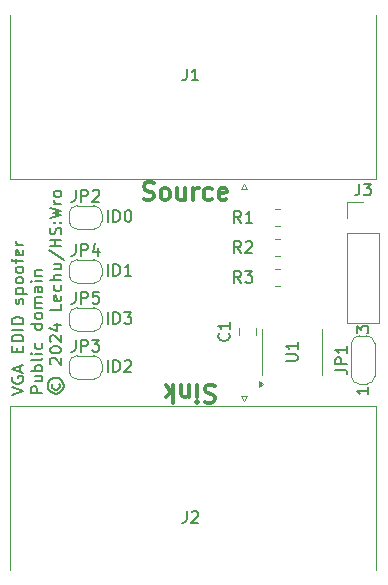
<source format=gbr>
%TF.GenerationSoftware,KiCad,Pcbnew,8.0.3+1*%
%TF.CreationDate,2024-06-22T01:26:53+02:00*%
%TF.ProjectId,EDID_spoofer,45444944-5f73-4706-9f6f-6665722e6b69,rev?*%
%TF.SameCoordinates,Original*%
%TF.FileFunction,Legend,Top*%
%TF.FilePolarity,Positive*%
%FSLAX46Y46*%
G04 Gerber Fmt 4.6, Leading zero omitted, Abs format (unit mm)*
G04 Created by KiCad (PCBNEW 8.0.3+1) date 2024-06-22 01:26:53*
%MOMM*%
%LPD*%
G01*
G04 APERTURE LIST*
%ADD10C,0.200000*%
%ADD11C,0.300000*%
%ADD12C,0.150000*%
%ADD13C,0.120000*%
G04 APERTURE END LIST*
D10*
X27293673Y-51175219D02*
X27293673Y-50175219D01*
X27769863Y-51175219D02*
X27769863Y-50175219D01*
X27769863Y-50175219D02*
X28007958Y-50175219D01*
X28007958Y-50175219D02*
X28150815Y-50222838D01*
X28150815Y-50222838D02*
X28246053Y-50318076D01*
X28246053Y-50318076D02*
X28293672Y-50413314D01*
X28293672Y-50413314D02*
X28341291Y-50603790D01*
X28341291Y-50603790D02*
X28341291Y-50746647D01*
X28341291Y-50746647D02*
X28293672Y-50937123D01*
X28293672Y-50937123D02*
X28246053Y-51032361D01*
X28246053Y-51032361D02*
X28150815Y-51127600D01*
X28150815Y-51127600D02*
X28007958Y-51175219D01*
X28007958Y-51175219D02*
X27769863Y-51175219D01*
X28722244Y-50270457D02*
X28769863Y-50222838D01*
X28769863Y-50222838D02*
X28865101Y-50175219D01*
X28865101Y-50175219D02*
X29103196Y-50175219D01*
X29103196Y-50175219D02*
X29198434Y-50222838D01*
X29198434Y-50222838D02*
X29246053Y-50270457D01*
X29246053Y-50270457D02*
X29293672Y-50365695D01*
X29293672Y-50365695D02*
X29293672Y-50460933D01*
X29293672Y-50460933D02*
X29246053Y-50603790D01*
X29246053Y-50603790D02*
X28674625Y-51175219D01*
X28674625Y-51175219D02*
X29293672Y-51175219D01*
X27293673Y-47111219D02*
X27293673Y-46111219D01*
X27769863Y-47111219D02*
X27769863Y-46111219D01*
X27769863Y-46111219D02*
X28007958Y-46111219D01*
X28007958Y-46111219D02*
X28150815Y-46158838D01*
X28150815Y-46158838D02*
X28246053Y-46254076D01*
X28246053Y-46254076D02*
X28293672Y-46349314D01*
X28293672Y-46349314D02*
X28341291Y-46539790D01*
X28341291Y-46539790D02*
X28341291Y-46682647D01*
X28341291Y-46682647D02*
X28293672Y-46873123D01*
X28293672Y-46873123D02*
X28246053Y-46968361D01*
X28246053Y-46968361D02*
X28150815Y-47063600D01*
X28150815Y-47063600D02*
X28007958Y-47111219D01*
X28007958Y-47111219D02*
X27769863Y-47111219D01*
X28674625Y-46111219D02*
X29293672Y-46111219D01*
X29293672Y-46111219D02*
X28960339Y-46492171D01*
X28960339Y-46492171D02*
X29103196Y-46492171D01*
X29103196Y-46492171D02*
X29198434Y-46539790D01*
X29198434Y-46539790D02*
X29246053Y-46587409D01*
X29246053Y-46587409D02*
X29293672Y-46682647D01*
X29293672Y-46682647D02*
X29293672Y-46920742D01*
X29293672Y-46920742D02*
X29246053Y-47015980D01*
X29246053Y-47015980D02*
X29198434Y-47063600D01*
X29198434Y-47063600D02*
X29103196Y-47111219D01*
X29103196Y-47111219D02*
X28817482Y-47111219D01*
X28817482Y-47111219D02*
X28722244Y-47063600D01*
X28722244Y-47063600D02*
X28674625Y-47015980D01*
X27293673Y-43047219D02*
X27293673Y-42047219D01*
X27769863Y-43047219D02*
X27769863Y-42047219D01*
X27769863Y-42047219D02*
X28007958Y-42047219D01*
X28007958Y-42047219D02*
X28150815Y-42094838D01*
X28150815Y-42094838D02*
X28246053Y-42190076D01*
X28246053Y-42190076D02*
X28293672Y-42285314D01*
X28293672Y-42285314D02*
X28341291Y-42475790D01*
X28341291Y-42475790D02*
X28341291Y-42618647D01*
X28341291Y-42618647D02*
X28293672Y-42809123D01*
X28293672Y-42809123D02*
X28246053Y-42904361D01*
X28246053Y-42904361D02*
X28150815Y-42999600D01*
X28150815Y-42999600D02*
X28007958Y-43047219D01*
X28007958Y-43047219D02*
X27769863Y-43047219D01*
X29293672Y-43047219D02*
X28722244Y-43047219D01*
X29007958Y-43047219D02*
X29007958Y-42047219D01*
X29007958Y-42047219D02*
X28912720Y-42190076D01*
X28912720Y-42190076D02*
X28817482Y-42285314D01*
X28817482Y-42285314D02*
X28722244Y-42332933D01*
X27293673Y-38475219D02*
X27293673Y-37475219D01*
X27769863Y-38475219D02*
X27769863Y-37475219D01*
X27769863Y-37475219D02*
X28007958Y-37475219D01*
X28007958Y-37475219D02*
X28150815Y-37522838D01*
X28150815Y-37522838D02*
X28246053Y-37618076D01*
X28246053Y-37618076D02*
X28293672Y-37713314D01*
X28293672Y-37713314D02*
X28341291Y-37903790D01*
X28341291Y-37903790D02*
X28341291Y-38046647D01*
X28341291Y-38046647D02*
X28293672Y-38237123D01*
X28293672Y-38237123D02*
X28246053Y-38332361D01*
X28246053Y-38332361D02*
X28150815Y-38427600D01*
X28150815Y-38427600D02*
X28007958Y-38475219D01*
X28007958Y-38475219D02*
X27769863Y-38475219D01*
X28960339Y-37475219D02*
X29055577Y-37475219D01*
X29055577Y-37475219D02*
X29150815Y-37522838D01*
X29150815Y-37522838D02*
X29198434Y-37570457D01*
X29198434Y-37570457D02*
X29246053Y-37665695D01*
X29246053Y-37665695D02*
X29293672Y-37856171D01*
X29293672Y-37856171D02*
X29293672Y-38094266D01*
X29293672Y-38094266D02*
X29246053Y-38284742D01*
X29246053Y-38284742D02*
X29198434Y-38379980D01*
X29198434Y-38379980D02*
X29150815Y-38427600D01*
X29150815Y-38427600D02*
X29055577Y-38475219D01*
X29055577Y-38475219D02*
X28960339Y-38475219D01*
X28960339Y-38475219D02*
X28865101Y-38427600D01*
X28865101Y-38427600D02*
X28817482Y-38379980D01*
X28817482Y-38379980D02*
X28769863Y-38284742D01*
X28769863Y-38284742D02*
X28722244Y-38094266D01*
X28722244Y-38094266D02*
X28722244Y-37856171D01*
X28722244Y-37856171D02*
X28769863Y-37665695D01*
X28769863Y-37665695D02*
X28817482Y-37570457D01*
X28817482Y-37570457D02*
X28865101Y-37522838D01*
X28865101Y-37522838D02*
X28960339Y-37475219D01*
D11*
X36346917Y-52340600D02*
X36132632Y-52269171D01*
X36132632Y-52269171D02*
X35775489Y-52269171D01*
X35775489Y-52269171D02*
X35632632Y-52340600D01*
X35632632Y-52340600D02*
X35561203Y-52412028D01*
X35561203Y-52412028D02*
X35489774Y-52554885D01*
X35489774Y-52554885D02*
X35489774Y-52697742D01*
X35489774Y-52697742D02*
X35561203Y-52840600D01*
X35561203Y-52840600D02*
X35632632Y-52912028D01*
X35632632Y-52912028D02*
X35775489Y-52983457D01*
X35775489Y-52983457D02*
X36061203Y-53054885D01*
X36061203Y-53054885D02*
X36204060Y-53126314D01*
X36204060Y-53126314D02*
X36275489Y-53197742D01*
X36275489Y-53197742D02*
X36346917Y-53340600D01*
X36346917Y-53340600D02*
X36346917Y-53483457D01*
X36346917Y-53483457D02*
X36275489Y-53626314D01*
X36275489Y-53626314D02*
X36204060Y-53697742D01*
X36204060Y-53697742D02*
X36061203Y-53769171D01*
X36061203Y-53769171D02*
X35704060Y-53769171D01*
X35704060Y-53769171D02*
X35489774Y-53697742D01*
X34846918Y-52269171D02*
X34846918Y-53269171D01*
X34846918Y-53769171D02*
X34918346Y-53697742D01*
X34918346Y-53697742D02*
X34846918Y-53626314D01*
X34846918Y-53626314D02*
X34775489Y-53697742D01*
X34775489Y-53697742D02*
X34846918Y-53769171D01*
X34846918Y-53769171D02*
X34846918Y-53626314D01*
X34132632Y-53269171D02*
X34132632Y-52269171D01*
X34132632Y-53126314D02*
X34061203Y-53197742D01*
X34061203Y-53197742D02*
X33918346Y-53269171D01*
X33918346Y-53269171D02*
X33704060Y-53269171D01*
X33704060Y-53269171D02*
X33561203Y-53197742D01*
X33561203Y-53197742D02*
X33489775Y-53054885D01*
X33489775Y-53054885D02*
X33489775Y-52269171D01*
X32775489Y-52269171D02*
X32775489Y-53769171D01*
X32632632Y-52840600D02*
X32204060Y-52269171D01*
X32204060Y-53269171D02*
X32775489Y-52697742D01*
D10*
X19142331Y-53113183D02*
X20142331Y-52779850D01*
X20142331Y-52779850D02*
X19142331Y-52446517D01*
X19189950Y-51589374D02*
X19142331Y-51684612D01*
X19142331Y-51684612D02*
X19142331Y-51827469D01*
X19142331Y-51827469D02*
X19189950Y-51970326D01*
X19189950Y-51970326D02*
X19285188Y-52065564D01*
X19285188Y-52065564D02*
X19380426Y-52113183D01*
X19380426Y-52113183D02*
X19570902Y-52160802D01*
X19570902Y-52160802D02*
X19713759Y-52160802D01*
X19713759Y-52160802D02*
X19904235Y-52113183D01*
X19904235Y-52113183D02*
X19999473Y-52065564D01*
X19999473Y-52065564D02*
X20094712Y-51970326D01*
X20094712Y-51970326D02*
X20142331Y-51827469D01*
X20142331Y-51827469D02*
X20142331Y-51732231D01*
X20142331Y-51732231D02*
X20094712Y-51589374D01*
X20094712Y-51589374D02*
X20047092Y-51541755D01*
X20047092Y-51541755D02*
X19713759Y-51541755D01*
X19713759Y-51541755D02*
X19713759Y-51732231D01*
X19856616Y-51160802D02*
X19856616Y-50684612D01*
X20142331Y-51256040D02*
X19142331Y-50922707D01*
X19142331Y-50922707D02*
X20142331Y-50589374D01*
X19618521Y-49494135D02*
X19618521Y-49160802D01*
X20142331Y-49017945D02*
X20142331Y-49494135D01*
X20142331Y-49494135D02*
X19142331Y-49494135D01*
X19142331Y-49494135D02*
X19142331Y-49017945D01*
X20142331Y-48589373D02*
X19142331Y-48589373D01*
X19142331Y-48589373D02*
X19142331Y-48351278D01*
X19142331Y-48351278D02*
X19189950Y-48208421D01*
X19189950Y-48208421D02*
X19285188Y-48113183D01*
X19285188Y-48113183D02*
X19380426Y-48065564D01*
X19380426Y-48065564D02*
X19570902Y-48017945D01*
X19570902Y-48017945D02*
X19713759Y-48017945D01*
X19713759Y-48017945D02*
X19904235Y-48065564D01*
X19904235Y-48065564D02*
X19999473Y-48113183D01*
X19999473Y-48113183D02*
X20094712Y-48208421D01*
X20094712Y-48208421D02*
X20142331Y-48351278D01*
X20142331Y-48351278D02*
X20142331Y-48589373D01*
X20142331Y-47589373D02*
X19142331Y-47589373D01*
X20142331Y-47113183D02*
X19142331Y-47113183D01*
X19142331Y-47113183D02*
X19142331Y-46875088D01*
X19142331Y-46875088D02*
X19189950Y-46732231D01*
X19189950Y-46732231D02*
X19285188Y-46636993D01*
X19285188Y-46636993D02*
X19380426Y-46589374D01*
X19380426Y-46589374D02*
X19570902Y-46541755D01*
X19570902Y-46541755D02*
X19713759Y-46541755D01*
X19713759Y-46541755D02*
X19904235Y-46589374D01*
X19904235Y-46589374D02*
X19999473Y-46636993D01*
X19999473Y-46636993D02*
X20094712Y-46732231D01*
X20094712Y-46732231D02*
X20142331Y-46875088D01*
X20142331Y-46875088D02*
X20142331Y-47113183D01*
X20094712Y-45398897D02*
X20142331Y-45303659D01*
X20142331Y-45303659D02*
X20142331Y-45113183D01*
X20142331Y-45113183D02*
X20094712Y-45017945D01*
X20094712Y-45017945D02*
X19999473Y-44970326D01*
X19999473Y-44970326D02*
X19951854Y-44970326D01*
X19951854Y-44970326D02*
X19856616Y-45017945D01*
X19856616Y-45017945D02*
X19808997Y-45113183D01*
X19808997Y-45113183D02*
X19808997Y-45256040D01*
X19808997Y-45256040D02*
X19761378Y-45351278D01*
X19761378Y-45351278D02*
X19666140Y-45398897D01*
X19666140Y-45398897D02*
X19618521Y-45398897D01*
X19618521Y-45398897D02*
X19523283Y-45351278D01*
X19523283Y-45351278D02*
X19475664Y-45256040D01*
X19475664Y-45256040D02*
X19475664Y-45113183D01*
X19475664Y-45113183D02*
X19523283Y-45017945D01*
X19475664Y-44541754D02*
X20475664Y-44541754D01*
X19523283Y-44541754D02*
X19475664Y-44446516D01*
X19475664Y-44446516D02*
X19475664Y-44256040D01*
X19475664Y-44256040D02*
X19523283Y-44160802D01*
X19523283Y-44160802D02*
X19570902Y-44113183D01*
X19570902Y-44113183D02*
X19666140Y-44065564D01*
X19666140Y-44065564D02*
X19951854Y-44065564D01*
X19951854Y-44065564D02*
X20047092Y-44113183D01*
X20047092Y-44113183D02*
X20094712Y-44160802D01*
X20094712Y-44160802D02*
X20142331Y-44256040D01*
X20142331Y-44256040D02*
X20142331Y-44446516D01*
X20142331Y-44446516D02*
X20094712Y-44541754D01*
X20142331Y-43494135D02*
X20094712Y-43589373D01*
X20094712Y-43589373D02*
X20047092Y-43636992D01*
X20047092Y-43636992D02*
X19951854Y-43684611D01*
X19951854Y-43684611D02*
X19666140Y-43684611D01*
X19666140Y-43684611D02*
X19570902Y-43636992D01*
X19570902Y-43636992D02*
X19523283Y-43589373D01*
X19523283Y-43589373D02*
X19475664Y-43494135D01*
X19475664Y-43494135D02*
X19475664Y-43351278D01*
X19475664Y-43351278D02*
X19523283Y-43256040D01*
X19523283Y-43256040D02*
X19570902Y-43208421D01*
X19570902Y-43208421D02*
X19666140Y-43160802D01*
X19666140Y-43160802D02*
X19951854Y-43160802D01*
X19951854Y-43160802D02*
X20047092Y-43208421D01*
X20047092Y-43208421D02*
X20094712Y-43256040D01*
X20094712Y-43256040D02*
X20142331Y-43351278D01*
X20142331Y-43351278D02*
X20142331Y-43494135D01*
X20142331Y-42589373D02*
X20094712Y-42684611D01*
X20094712Y-42684611D02*
X20047092Y-42732230D01*
X20047092Y-42732230D02*
X19951854Y-42779849D01*
X19951854Y-42779849D02*
X19666140Y-42779849D01*
X19666140Y-42779849D02*
X19570902Y-42732230D01*
X19570902Y-42732230D02*
X19523283Y-42684611D01*
X19523283Y-42684611D02*
X19475664Y-42589373D01*
X19475664Y-42589373D02*
X19475664Y-42446516D01*
X19475664Y-42446516D02*
X19523283Y-42351278D01*
X19523283Y-42351278D02*
X19570902Y-42303659D01*
X19570902Y-42303659D02*
X19666140Y-42256040D01*
X19666140Y-42256040D02*
X19951854Y-42256040D01*
X19951854Y-42256040D02*
X20047092Y-42303659D01*
X20047092Y-42303659D02*
X20094712Y-42351278D01*
X20094712Y-42351278D02*
X20142331Y-42446516D01*
X20142331Y-42446516D02*
X20142331Y-42589373D01*
X19475664Y-41970325D02*
X19475664Y-41589373D01*
X20142331Y-41827468D02*
X19285188Y-41827468D01*
X19285188Y-41827468D02*
X19189950Y-41779849D01*
X19189950Y-41779849D02*
X19142331Y-41684611D01*
X19142331Y-41684611D02*
X19142331Y-41589373D01*
X20094712Y-40875087D02*
X20142331Y-40970325D01*
X20142331Y-40970325D02*
X20142331Y-41160801D01*
X20142331Y-41160801D02*
X20094712Y-41256039D01*
X20094712Y-41256039D02*
X19999473Y-41303658D01*
X19999473Y-41303658D02*
X19618521Y-41303658D01*
X19618521Y-41303658D02*
X19523283Y-41256039D01*
X19523283Y-41256039D02*
X19475664Y-41160801D01*
X19475664Y-41160801D02*
X19475664Y-40970325D01*
X19475664Y-40970325D02*
X19523283Y-40875087D01*
X19523283Y-40875087D02*
X19618521Y-40827468D01*
X19618521Y-40827468D02*
X19713759Y-40827468D01*
X19713759Y-40827468D02*
X19808997Y-41303658D01*
X20142331Y-40398896D02*
X19475664Y-40398896D01*
X19666140Y-40398896D02*
X19570902Y-40351277D01*
X19570902Y-40351277D02*
X19523283Y-40303658D01*
X19523283Y-40303658D02*
X19475664Y-40208420D01*
X19475664Y-40208420D02*
X19475664Y-40113182D01*
X21752275Y-52970326D02*
X20752275Y-52970326D01*
X20752275Y-52970326D02*
X20752275Y-52589374D01*
X20752275Y-52589374D02*
X20799894Y-52494136D01*
X20799894Y-52494136D02*
X20847513Y-52446517D01*
X20847513Y-52446517D02*
X20942751Y-52398898D01*
X20942751Y-52398898D02*
X21085608Y-52398898D01*
X21085608Y-52398898D02*
X21180846Y-52446517D01*
X21180846Y-52446517D02*
X21228465Y-52494136D01*
X21228465Y-52494136D02*
X21276084Y-52589374D01*
X21276084Y-52589374D02*
X21276084Y-52970326D01*
X21085608Y-51541755D02*
X21752275Y-51541755D01*
X21085608Y-51970326D02*
X21609417Y-51970326D01*
X21609417Y-51970326D02*
X21704656Y-51922707D01*
X21704656Y-51922707D02*
X21752275Y-51827469D01*
X21752275Y-51827469D02*
X21752275Y-51684612D01*
X21752275Y-51684612D02*
X21704656Y-51589374D01*
X21704656Y-51589374D02*
X21657036Y-51541755D01*
X21752275Y-51065564D02*
X20752275Y-51065564D01*
X21133227Y-51065564D02*
X21085608Y-50970326D01*
X21085608Y-50970326D02*
X21085608Y-50779850D01*
X21085608Y-50779850D02*
X21133227Y-50684612D01*
X21133227Y-50684612D02*
X21180846Y-50636993D01*
X21180846Y-50636993D02*
X21276084Y-50589374D01*
X21276084Y-50589374D02*
X21561798Y-50589374D01*
X21561798Y-50589374D02*
X21657036Y-50636993D01*
X21657036Y-50636993D02*
X21704656Y-50684612D01*
X21704656Y-50684612D02*
X21752275Y-50779850D01*
X21752275Y-50779850D02*
X21752275Y-50970326D01*
X21752275Y-50970326D02*
X21704656Y-51065564D01*
X21752275Y-50017945D02*
X21704656Y-50113183D01*
X21704656Y-50113183D02*
X21609417Y-50160802D01*
X21609417Y-50160802D02*
X20752275Y-50160802D01*
X21752275Y-49636992D02*
X21085608Y-49636992D01*
X20752275Y-49636992D02*
X20799894Y-49684611D01*
X20799894Y-49684611D02*
X20847513Y-49636992D01*
X20847513Y-49636992D02*
X20799894Y-49589373D01*
X20799894Y-49589373D02*
X20752275Y-49636992D01*
X20752275Y-49636992D02*
X20847513Y-49636992D01*
X21704656Y-48732231D02*
X21752275Y-48827469D01*
X21752275Y-48827469D02*
X21752275Y-49017945D01*
X21752275Y-49017945D02*
X21704656Y-49113183D01*
X21704656Y-49113183D02*
X21657036Y-49160802D01*
X21657036Y-49160802D02*
X21561798Y-49208421D01*
X21561798Y-49208421D02*
X21276084Y-49208421D01*
X21276084Y-49208421D02*
X21180846Y-49160802D01*
X21180846Y-49160802D02*
X21133227Y-49113183D01*
X21133227Y-49113183D02*
X21085608Y-49017945D01*
X21085608Y-49017945D02*
X21085608Y-48827469D01*
X21085608Y-48827469D02*
X21133227Y-48732231D01*
X21752275Y-47113183D02*
X20752275Y-47113183D01*
X21704656Y-47113183D02*
X21752275Y-47208421D01*
X21752275Y-47208421D02*
X21752275Y-47398897D01*
X21752275Y-47398897D02*
X21704656Y-47494135D01*
X21704656Y-47494135D02*
X21657036Y-47541754D01*
X21657036Y-47541754D02*
X21561798Y-47589373D01*
X21561798Y-47589373D02*
X21276084Y-47589373D01*
X21276084Y-47589373D02*
X21180846Y-47541754D01*
X21180846Y-47541754D02*
X21133227Y-47494135D01*
X21133227Y-47494135D02*
X21085608Y-47398897D01*
X21085608Y-47398897D02*
X21085608Y-47208421D01*
X21085608Y-47208421D02*
X21133227Y-47113183D01*
X21752275Y-46494135D02*
X21704656Y-46589373D01*
X21704656Y-46589373D02*
X21657036Y-46636992D01*
X21657036Y-46636992D02*
X21561798Y-46684611D01*
X21561798Y-46684611D02*
X21276084Y-46684611D01*
X21276084Y-46684611D02*
X21180846Y-46636992D01*
X21180846Y-46636992D02*
X21133227Y-46589373D01*
X21133227Y-46589373D02*
X21085608Y-46494135D01*
X21085608Y-46494135D02*
X21085608Y-46351278D01*
X21085608Y-46351278D02*
X21133227Y-46256040D01*
X21133227Y-46256040D02*
X21180846Y-46208421D01*
X21180846Y-46208421D02*
X21276084Y-46160802D01*
X21276084Y-46160802D02*
X21561798Y-46160802D01*
X21561798Y-46160802D02*
X21657036Y-46208421D01*
X21657036Y-46208421D02*
X21704656Y-46256040D01*
X21704656Y-46256040D02*
X21752275Y-46351278D01*
X21752275Y-46351278D02*
X21752275Y-46494135D01*
X21752275Y-45732230D02*
X21085608Y-45732230D01*
X21180846Y-45732230D02*
X21133227Y-45684611D01*
X21133227Y-45684611D02*
X21085608Y-45589373D01*
X21085608Y-45589373D02*
X21085608Y-45446516D01*
X21085608Y-45446516D02*
X21133227Y-45351278D01*
X21133227Y-45351278D02*
X21228465Y-45303659D01*
X21228465Y-45303659D02*
X21752275Y-45303659D01*
X21228465Y-45303659D02*
X21133227Y-45256040D01*
X21133227Y-45256040D02*
X21085608Y-45160802D01*
X21085608Y-45160802D02*
X21085608Y-45017945D01*
X21085608Y-45017945D02*
X21133227Y-44922706D01*
X21133227Y-44922706D02*
X21228465Y-44875087D01*
X21228465Y-44875087D02*
X21752275Y-44875087D01*
X21752275Y-43970326D02*
X21228465Y-43970326D01*
X21228465Y-43970326D02*
X21133227Y-44017945D01*
X21133227Y-44017945D02*
X21085608Y-44113183D01*
X21085608Y-44113183D02*
X21085608Y-44303659D01*
X21085608Y-44303659D02*
X21133227Y-44398897D01*
X21704656Y-43970326D02*
X21752275Y-44065564D01*
X21752275Y-44065564D02*
X21752275Y-44303659D01*
X21752275Y-44303659D02*
X21704656Y-44398897D01*
X21704656Y-44398897D02*
X21609417Y-44446516D01*
X21609417Y-44446516D02*
X21514179Y-44446516D01*
X21514179Y-44446516D02*
X21418941Y-44398897D01*
X21418941Y-44398897D02*
X21371322Y-44303659D01*
X21371322Y-44303659D02*
X21371322Y-44065564D01*
X21371322Y-44065564D02*
X21323703Y-43970326D01*
X21752275Y-43494135D02*
X21085608Y-43494135D01*
X20752275Y-43494135D02*
X20799894Y-43541754D01*
X20799894Y-43541754D02*
X20847513Y-43494135D01*
X20847513Y-43494135D02*
X20799894Y-43446516D01*
X20799894Y-43446516D02*
X20752275Y-43494135D01*
X20752275Y-43494135D02*
X20847513Y-43494135D01*
X21085608Y-43017945D02*
X21752275Y-43017945D01*
X21180846Y-43017945D02*
X21133227Y-42970326D01*
X21133227Y-42970326D02*
X21085608Y-42875088D01*
X21085608Y-42875088D02*
X21085608Y-42732231D01*
X21085608Y-42732231D02*
X21133227Y-42636993D01*
X21133227Y-42636993D02*
X21228465Y-42589374D01*
X21228465Y-42589374D02*
X21752275Y-42589374D01*
X22600314Y-52160802D02*
X22552695Y-52256041D01*
X22552695Y-52256041D02*
X22552695Y-52446517D01*
X22552695Y-52446517D02*
X22600314Y-52541755D01*
X22600314Y-52541755D02*
X22695552Y-52636993D01*
X22695552Y-52636993D02*
X22790790Y-52684612D01*
X22790790Y-52684612D02*
X22981266Y-52684612D01*
X22981266Y-52684612D02*
X23076504Y-52636993D01*
X23076504Y-52636993D02*
X23171742Y-52541755D01*
X23171742Y-52541755D02*
X23219361Y-52446517D01*
X23219361Y-52446517D02*
X23219361Y-52256041D01*
X23219361Y-52256041D02*
X23171742Y-52160802D01*
X22219361Y-52351279D02*
X22266980Y-52589374D01*
X22266980Y-52589374D02*
X22409838Y-52827469D01*
X22409838Y-52827469D02*
X22647933Y-52970326D01*
X22647933Y-52970326D02*
X22886028Y-53017945D01*
X22886028Y-53017945D02*
X23124123Y-52970326D01*
X23124123Y-52970326D02*
X23362219Y-52827469D01*
X23362219Y-52827469D02*
X23505076Y-52589374D01*
X23505076Y-52589374D02*
X23552695Y-52351279D01*
X23552695Y-52351279D02*
X23505076Y-52113183D01*
X23505076Y-52113183D02*
X23362219Y-51875088D01*
X23362219Y-51875088D02*
X23124123Y-51732231D01*
X23124123Y-51732231D02*
X22886028Y-51684612D01*
X22886028Y-51684612D02*
X22647933Y-51732231D01*
X22647933Y-51732231D02*
X22409838Y-51875088D01*
X22409838Y-51875088D02*
X22266980Y-52113183D01*
X22266980Y-52113183D02*
X22219361Y-52351279D01*
X22457457Y-50541754D02*
X22409838Y-50494135D01*
X22409838Y-50494135D02*
X22362219Y-50398897D01*
X22362219Y-50398897D02*
X22362219Y-50160802D01*
X22362219Y-50160802D02*
X22409838Y-50065564D01*
X22409838Y-50065564D02*
X22457457Y-50017945D01*
X22457457Y-50017945D02*
X22552695Y-49970326D01*
X22552695Y-49970326D02*
X22647933Y-49970326D01*
X22647933Y-49970326D02*
X22790790Y-50017945D01*
X22790790Y-50017945D02*
X23362219Y-50589373D01*
X23362219Y-50589373D02*
X23362219Y-49970326D01*
X22362219Y-49351278D02*
X22362219Y-49256040D01*
X22362219Y-49256040D02*
X22409838Y-49160802D01*
X22409838Y-49160802D02*
X22457457Y-49113183D01*
X22457457Y-49113183D02*
X22552695Y-49065564D01*
X22552695Y-49065564D02*
X22743171Y-49017945D01*
X22743171Y-49017945D02*
X22981266Y-49017945D01*
X22981266Y-49017945D02*
X23171742Y-49065564D01*
X23171742Y-49065564D02*
X23266980Y-49113183D01*
X23266980Y-49113183D02*
X23314600Y-49160802D01*
X23314600Y-49160802D02*
X23362219Y-49256040D01*
X23362219Y-49256040D02*
X23362219Y-49351278D01*
X23362219Y-49351278D02*
X23314600Y-49446516D01*
X23314600Y-49446516D02*
X23266980Y-49494135D01*
X23266980Y-49494135D02*
X23171742Y-49541754D01*
X23171742Y-49541754D02*
X22981266Y-49589373D01*
X22981266Y-49589373D02*
X22743171Y-49589373D01*
X22743171Y-49589373D02*
X22552695Y-49541754D01*
X22552695Y-49541754D02*
X22457457Y-49494135D01*
X22457457Y-49494135D02*
X22409838Y-49446516D01*
X22409838Y-49446516D02*
X22362219Y-49351278D01*
X22457457Y-48636992D02*
X22409838Y-48589373D01*
X22409838Y-48589373D02*
X22362219Y-48494135D01*
X22362219Y-48494135D02*
X22362219Y-48256040D01*
X22362219Y-48256040D02*
X22409838Y-48160802D01*
X22409838Y-48160802D02*
X22457457Y-48113183D01*
X22457457Y-48113183D02*
X22552695Y-48065564D01*
X22552695Y-48065564D02*
X22647933Y-48065564D01*
X22647933Y-48065564D02*
X22790790Y-48113183D01*
X22790790Y-48113183D02*
X23362219Y-48684611D01*
X23362219Y-48684611D02*
X23362219Y-48065564D01*
X22695552Y-47208421D02*
X23362219Y-47208421D01*
X22314600Y-47446516D02*
X23028885Y-47684611D01*
X23028885Y-47684611D02*
X23028885Y-47065564D01*
X23362219Y-45446516D02*
X23362219Y-45922706D01*
X23362219Y-45922706D02*
X22362219Y-45922706D01*
X23314600Y-44732230D02*
X23362219Y-44827468D01*
X23362219Y-44827468D02*
X23362219Y-45017944D01*
X23362219Y-45017944D02*
X23314600Y-45113182D01*
X23314600Y-45113182D02*
X23219361Y-45160801D01*
X23219361Y-45160801D02*
X22838409Y-45160801D01*
X22838409Y-45160801D02*
X22743171Y-45113182D01*
X22743171Y-45113182D02*
X22695552Y-45017944D01*
X22695552Y-45017944D02*
X22695552Y-44827468D01*
X22695552Y-44827468D02*
X22743171Y-44732230D01*
X22743171Y-44732230D02*
X22838409Y-44684611D01*
X22838409Y-44684611D02*
X22933647Y-44684611D01*
X22933647Y-44684611D02*
X23028885Y-45160801D01*
X23314600Y-43827468D02*
X23362219Y-43922706D01*
X23362219Y-43922706D02*
X23362219Y-44113182D01*
X23362219Y-44113182D02*
X23314600Y-44208420D01*
X23314600Y-44208420D02*
X23266980Y-44256039D01*
X23266980Y-44256039D02*
X23171742Y-44303658D01*
X23171742Y-44303658D02*
X22886028Y-44303658D01*
X22886028Y-44303658D02*
X22790790Y-44256039D01*
X22790790Y-44256039D02*
X22743171Y-44208420D01*
X22743171Y-44208420D02*
X22695552Y-44113182D01*
X22695552Y-44113182D02*
X22695552Y-43922706D01*
X22695552Y-43922706D02*
X22743171Y-43827468D01*
X23362219Y-43398896D02*
X22362219Y-43398896D01*
X23362219Y-42970325D02*
X22838409Y-42970325D01*
X22838409Y-42970325D02*
X22743171Y-43017944D01*
X22743171Y-43017944D02*
X22695552Y-43113182D01*
X22695552Y-43113182D02*
X22695552Y-43256039D01*
X22695552Y-43256039D02*
X22743171Y-43351277D01*
X22743171Y-43351277D02*
X22790790Y-43398896D01*
X22695552Y-42065563D02*
X23362219Y-42065563D01*
X22695552Y-42494134D02*
X23219361Y-42494134D01*
X23219361Y-42494134D02*
X23314600Y-42446515D01*
X23314600Y-42446515D02*
X23362219Y-42351277D01*
X23362219Y-42351277D02*
X23362219Y-42208420D01*
X23362219Y-42208420D02*
X23314600Y-42113182D01*
X23314600Y-42113182D02*
X23266980Y-42065563D01*
X22314600Y-40875087D02*
X23600314Y-41732229D01*
X23362219Y-40541753D02*
X22362219Y-40541753D01*
X22838409Y-40541753D02*
X22838409Y-39970325D01*
X23362219Y-39970325D02*
X22362219Y-39970325D01*
X23314600Y-39541753D02*
X23362219Y-39398896D01*
X23362219Y-39398896D02*
X23362219Y-39160801D01*
X23362219Y-39160801D02*
X23314600Y-39065563D01*
X23314600Y-39065563D02*
X23266980Y-39017944D01*
X23266980Y-39017944D02*
X23171742Y-38970325D01*
X23171742Y-38970325D02*
X23076504Y-38970325D01*
X23076504Y-38970325D02*
X22981266Y-39017944D01*
X22981266Y-39017944D02*
X22933647Y-39065563D01*
X22933647Y-39065563D02*
X22886028Y-39160801D01*
X22886028Y-39160801D02*
X22838409Y-39351277D01*
X22838409Y-39351277D02*
X22790790Y-39446515D01*
X22790790Y-39446515D02*
X22743171Y-39494134D01*
X22743171Y-39494134D02*
X22647933Y-39541753D01*
X22647933Y-39541753D02*
X22552695Y-39541753D01*
X22552695Y-39541753D02*
X22457457Y-39494134D01*
X22457457Y-39494134D02*
X22409838Y-39446515D01*
X22409838Y-39446515D02*
X22362219Y-39351277D01*
X22362219Y-39351277D02*
X22362219Y-39113182D01*
X22362219Y-39113182D02*
X22409838Y-38970325D01*
X23266980Y-38541753D02*
X23314600Y-38494134D01*
X23314600Y-38494134D02*
X23362219Y-38541753D01*
X23362219Y-38541753D02*
X23314600Y-38589372D01*
X23314600Y-38589372D02*
X23266980Y-38541753D01*
X23266980Y-38541753D02*
X23362219Y-38541753D01*
X22743171Y-38541753D02*
X22790790Y-38494134D01*
X22790790Y-38494134D02*
X22838409Y-38541753D01*
X22838409Y-38541753D02*
X22790790Y-38589372D01*
X22790790Y-38589372D02*
X22743171Y-38541753D01*
X22743171Y-38541753D02*
X22838409Y-38541753D01*
X22362219Y-38160801D02*
X23362219Y-37922706D01*
X23362219Y-37922706D02*
X22647933Y-37732230D01*
X22647933Y-37732230D02*
X23362219Y-37541754D01*
X23362219Y-37541754D02*
X22362219Y-37303659D01*
X23362219Y-36922706D02*
X22695552Y-36922706D01*
X22886028Y-36922706D02*
X22790790Y-36875087D01*
X22790790Y-36875087D02*
X22743171Y-36827468D01*
X22743171Y-36827468D02*
X22695552Y-36732230D01*
X22695552Y-36732230D02*
X22695552Y-36636992D01*
X23362219Y-36160801D02*
X23314600Y-36256039D01*
X23314600Y-36256039D02*
X23266980Y-36303658D01*
X23266980Y-36303658D02*
X23171742Y-36351277D01*
X23171742Y-36351277D02*
X22886028Y-36351277D01*
X22886028Y-36351277D02*
X22790790Y-36303658D01*
X22790790Y-36303658D02*
X22743171Y-36256039D01*
X22743171Y-36256039D02*
X22695552Y-36160801D01*
X22695552Y-36160801D02*
X22695552Y-36017944D01*
X22695552Y-36017944D02*
X22743171Y-35922706D01*
X22743171Y-35922706D02*
X22790790Y-35875087D01*
X22790790Y-35875087D02*
X22886028Y-35827468D01*
X22886028Y-35827468D02*
X23171742Y-35827468D01*
X23171742Y-35827468D02*
X23266980Y-35875087D01*
X23266980Y-35875087D02*
X23314600Y-35922706D01*
X23314600Y-35922706D02*
X23362219Y-36017944D01*
X23362219Y-36017944D02*
X23362219Y-36160801D01*
D11*
X30328082Y-36559400D02*
X30542368Y-36630828D01*
X30542368Y-36630828D02*
X30899510Y-36630828D01*
X30899510Y-36630828D02*
X31042368Y-36559400D01*
X31042368Y-36559400D02*
X31113796Y-36487971D01*
X31113796Y-36487971D02*
X31185225Y-36345114D01*
X31185225Y-36345114D02*
X31185225Y-36202257D01*
X31185225Y-36202257D02*
X31113796Y-36059400D01*
X31113796Y-36059400D02*
X31042368Y-35987971D01*
X31042368Y-35987971D02*
X30899510Y-35916542D01*
X30899510Y-35916542D02*
X30613796Y-35845114D01*
X30613796Y-35845114D02*
X30470939Y-35773685D01*
X30470939Y-35773685D02*
X30399510Y-35702257D01*
X30399510Y-35702257D02*
X30328082Y-35559400D01*
X30328082Y-35559400D02*
X30328082Y-35416542D01*
X30328082Y-35416542D02*
X30399510Y-35273685D01*
X30399510Y-35273685D02*
X30470939Y-35202257D01*
X30470939Y-35202257D02*
X30613796Y-35130828D01*
X30613796Y-35130828D02*
X30970939Y-35130828D01*
X30970939Y-35130828D02*
X31185225Y-35202257D01*
X32042367Y-36630828D02*
X31899510Y-36559400D01*
X31899510Y-36559400D02*
X31828081Y-36487971D01*
X31828081Y-36487971D02*
X31756653Y-36345114D01*
X31756653Y-36345114D02*
X31756653Y-35916542D01*
X31756653Y-35916542D02*
X31828081Y-35773685D01*
X31828081Y-35773685D02*
X31899510Y-35702257D01*
X31899510Y-35702257D02*
X32042367Y-35630828D01*
X32042367Y-35630828D02*
X32256653Y-35630828D01*
X32256653Y-35630828D02*
X32399510Y-35702257D01*
X32399510Y-35702257D02*
X32470939Y-35773685D01*
X32470939Y-35773685D02*
X32542367Y-35916542D01*
X32542367Y-35916542D02*
X32542367Y-36345114D01*
X32542367Y-36345114D02*
X32470939Y-36487971D01*
X32470939Y-36487971D02*
X32399510Y-36559400D01*
X32399510Y-36559400D02*
X32256653Y-36630828D01*
X32256653Y-36630828D02*
X32042367Y-36630828D01*
X33828082Y-35630828D02*
X33828082Y-36630828D01*
X33185224Y-35630828D02*
X33185224Y-36416542D01*
X33185224Y-36416542D02*
X33256653Y-36559400D01*
X33256653Y-36559400D02*
X33399510Y-36630828D01*
X33399510Y-36630828D02*
X33613796Y-36630828D01*
X33613796Y-36630828D02*
X33756653Y-36559400D01*
X33756653Y-36559400D02*
X33828082Y-36487971D01*
X34542367Y-36630828D02*
X34542367Y-35630828D01*
X34542367Y-35916542D02*
X34613796Y-35773685D01*
X34613796Y-35773685D02*
X34685225Y-35702257D01*
X34685225Y-35702257D02*
X34828082Y-35630828D01*
X34828082Y-35630828D02*
X34970939Y-35630828D01*
X36113796Y-36559400D02*
X35970938Y-36630828D01*
X35970938Y-36630828D02*
X35685224Y-36630828D01*
X35685224Y-36630828D02*
X35542367Y-36559400D01*
X35542367Y-36559400D02*
X35470938Y-36487971D01*
X35470938Y-36487971D02*
X35399510Y-36345114D01*
X35399510Y-36345114D02*
X35399510Y-35916542D01*
X35399510Y-35916542D02*
X35470938Y-35773685D01*
X35470938Y-35773685D02*
X35542367Y-35702257D01*
X35542367Y-35702257D02*
X35685224Y-35630828D01*
X35685224Y-35630828D02*
X35970938Y-35630828D01*
X35970938Y-35630828D02*
X36113796Y-35702257D01*
X37328081Y-36559400D02*
X37185224Y-36630828D01*
X37185224Y-36630828D02*
X36899510Y-36630828D01*
X36899510Y-36630828D02*
X36756652Y-36559400D01*
X36756652Y-36559400D02*
X36685224Y-36416542D01*
X36685224Y-36416542D02*
X36685224Y-35845114D01*
X36685224Y-35845114D02*
X36756652Y-35702257D01*
X36756652Y-35702257D02*
X36899510Y-35630828D01*
X36899510Y-35630828D02*
X37185224Y-35630828D01*
X37185224Y-35630828D02*
X37328081Y-35702257D01*
X37328081Y-35702257D02*
X37399510Y-35845114D01*
X37399510Y-35845114D02*
X37399510Y-35987971D01*
X37399510Y-35987971D02*
X36685224Y-36130828D01*
D12*
X24566666Y-44390819D02*
X24566666Y-45105104D01*
X24566666Y-45105104D02*
X24519047Y-45247961D01*
X24519047Y-45247961D02*
X24423809Y-45343200D01*
X24423809Y-45343200D02*
X24280952Y-45390819D01*
X24280952Y-45390819D02*
X24185714Y-45390819D01*
X25042857Y-45390819D02*
X25042857Y-44390819D01*
X25042857Y-44390819D02*
X25423809Y-44390819D01*
X25423809Y-44390819D02*
X25519047Y-44438438D01*
X25519047Y-44438438D02*
X25566666Y-44486057D01*
X25566666Y-44486057D02*
X25614285Y-44581295D01*
X25614285Y-44581295D02*
X25614285Y-44724152D01*
X25614285Y-44724152D02*
X25566666Y-44819390D01*
X25566666Y-44819390D02*
X25519047Y-44867009D01*
X25519047Y-44867009D02*
X25423809Y-44914628D01*
X25423809Y-44914628D02*
X25042857Y-44914628D01*
X26519047Y-44390819D02*
X26042857Y-44390819D01*
X26042857Y-44390819D02*
X25995238Y-44867009D01*
X25995238Y-44867009D02*
X26042857Y-44819390D01*
X26042857Y-44819390D02*
X26138095Y-44771771D01*
X26138095Y-44771771D02*
X26376190Y-44771771D01*
X26376190Y-44771771D02*
X26471428Y-44819390D01*
X26471428Y-44819390D02*
X26519047Y-44867009D01*
X26519047Y-44867009D02*
X26566666Y-44962247D01*
X26566666Y-44962247D02*
X26566666Y-45200342D01*
X26566666Y-45200342D02*
X26519047Y-45295580D01*
X26519047Y-45295580D02*
X26471428Y-45343200D01*
X26471428Y-45343200D02*
X26376190Y-45390819D01*
X26376190Y-45390819D02*
X26138095Y-45390819D01*
X26138095Y-45390819D02*
X26042857Y-45343200D01*
X26042857Y-45343200D02*
X25995238Y-45295580D01*
X24566666Y-40326819D02*
X24566666Y-41041104D01*
X24566666Y-41041104D02*
X24519047Y-41183961D01*
X24519047Y-41183961D02*
X24423809Y-41279200D01*
X24423809Y-41279200D02*
X24280952Y-41326819D01*
X24280952Y-41326819D02*
X24185714Y-41326819D01*
X25042857Y-41326819D02*
X25042857Y-40326819D01*
X25042857Y-40326819D02*
X25423809Y-40326819D01*
X25423809Y-40326819D02*
X25519047Y-40374438D01*
X25519047Y-40374438D02*
X25566666Y-40422057D01*
X25566666Y-40422057D02*
X25614285Y-40517295D01*
X25614285Y-40517295D02*
X25614285Y-40660152D01*
X25614285Y-40660152D02*
X25566666Y-40755390D01*
X25566666Y-40755390D02*
X25519047Y-40803009D01*
X25519047Y-40803009D02*
X25423809Y-40850628D01*
X25423809Y-40850628D02*
X25042857Y-40850628D01*
X26471428Y-40660152D02*
X26471428Y-41326819D01*
X26233333Y-40279200D02*
X25995238Y-40993485D01*
X25995238Y-40993485D02*
X26614285Y-40993485D01*
X24566666Y-48454819D02*
X24566666Y-49169104D01*
X24566666Y-49169104D02*
X24519047Y-49311961D01*
X24519047Y-49311961D02*
X24423809Y-49407200D01*
X24423809Y-49407200D02*
X24280952Y-49454819D01*
X24280952Y-49454819D02*
X24185714Y-49454819D01*
X25042857Y-49454819D02*
X25042857Y-48454819D01*
X25042857Y-48454819D02*
X25423809Y-48454819D01*
X25423809Y-48454819D02*
X25519047Y-48502438D01*
X25519047Y-48502438D02*
X25566666Y-48550057D01*
X25566666Y-48550057D02*
X25614285Y-48645295D01*
X25614285Y-48645295D02*
X25614285Y-48788152D01*
X25614285Y-48788152D02*
X25566666Y-48883390D01*
X25566666Y-48883390D02*
X25519047Y-48931009D01*
X25519047Y-48931009D02*
X25423809Y-48978628D01*
X25423809Y-48978628D02*
X25042857Y-48978628D01*
X25947619Y-48454819D02*
X26566666Y-48454819D01*
X26566666Y-48454819D02*
X26233333Y-48835771D01*
X26233333Y-48835771D02*
X26376190Y-48835771D01*
X26376190Y-48835771D02*
X26471428Y-48883390D01*
X26471428Y-48883390D02*
X26519047Y-48931009D01*
X26519047Y-48931009D02*
X26566666Y-49026247D01*
X26566666Y-49026247D02*
X26566666Y-49264342D01*
X26566666Y-49264342D02*
X26519047Y-49359580D01*
X26519047Y-49359580D02*
X26471428Y-49407200D01*
X26471428Y-49407200D02*
X26376190Y-49454819D01*
X26376190Y-49454819D02*
X26090476Y-49454819D01*
X26090476Y-49454819D02*
X25995238Y-49407200D01*
X25995238Y-49407200D02*
X25947619Y-49359580D01*
X24566666Y-35754819D02*
X24566666Y-36469104D01*
X24566666Y-36469104D02*
X24519047Y-36611961D01*
X24519047Y-36611961D02*
X24423809Y-36707200D01*
X24423809Y-36707200D02*
X24280952Y-36754819D01*
X24280952Y-36754819D02*
X24185714Y-36754819D01*
X25042857Y-36754819D02*
X25042857Y-35754819D01*
X25042857Y-35754819D02*
X25423809Y-35754819D01*
X25423809Y-35754819D02*
X25519047Y-35802438D01*
X25519047Y-35802438D02*
X25566666Y-35850057D01*
X25566666Y-35850057D02*
X25614285Y-35945295D01*
X25614285Y-35945295D02*
X25614285Y-36088152D01*
X25614285Y-36088152D02*
X25566666Y-36183390D01*
X25566666Y-36183390D02*
X25519047Y-36231009D01*
X25519047Y-36231009D02*
X25423809Y-36278628D01*
X25423809Y-36278628D02*
X25042857Y-36278628D01*
X25995238Y-35850057D02*
X26042857Y-35802438D01*
X26042857Y-35802438D02*
X26138095Y-35754819D01*
X26138095Y-35754819D02*
X26376190Y-35754819D01*
X26376190Y-35754819D02*
X26471428Y-35802438D01*
X26471428Y-35802438D02*
X26519047Y-35850057D01*
X26519047Y-35850057D02*
X26566666Y-35945295D01*
X26566666Y-35945295D02*
X26566666Y-36040533D01*
X26566666Y-36040533D02*
X26519047Y-36183390D01*
X26519047Y-36183390D02*
X25947619Y-36754819D01*
X25947619Y-36754819D02*
X26566666Y-36754819D01*
X33956666Y-62954819D02*
X33956666Y-63669104D01*
X33956666Y-63669104D02*
X33909047Y-63811961D01*
X33909047Y-63811961D02*
X33813809Y-63907200D01*
X33813809Y-63907200D02*
X33670952Y-63954819D01*
X33670952Y-63954819D02*
X33575714Y-63954819D01*
X34385238Y-63050057D02*
X34432857Y-63002438D01*
X34432857Y-63002438D02*
X34528095Y-62954819D01*
X34528095Y-62954819D02*
X34766190Y-62954819D01*
X34766190Y-62954819D02*
X34861428Y-63002438D01*
X34861428Y-63002438D02*
X34909047Y-63050057D01*
X34909047Y-63050057D02*
X34956666Y-63145295D01*
X34956666Y-63145295D02*
X34956666Y-63240533D01*
X34956666Y-63240533D02*
X34909047Y-63383390D01*
X34909047Y-63383390D02*
X34337619Y-63954819D01*
X34337619Y-63954819D02*
X34956666Y-63954819D01*
X38568333Y-38554819D02*
X38235000Y-38078628D01*
X37996905Y-38554819D02*
X37996905Y-37554819D01*
X37996905Y-37554819D02*
X38377857Y-37554819D01*
X38377857Y-37554819D02*
X38473095Y-37602438D01*
X38473095Y-37602438D02*
X38520714Y-37650057D01*
X38520714Y-37650057D02*
X38568333Y-37745295D01*
X38568333Y-37745295D02*
X38568333Y-37888152D01*
X38568333Y-37888152D02*
X38520714Y-37983390D01*
X38520714Y-37983390D02*
X38473095Y-38031009D01*
X38473095Y-38031009D02*
X38377857Y-38078628D01*
X38377857Y-38078628D02*
X37996905Y-38078628D01*
X39520714Y-38554819D02*
X38949286Y-38554819D01*
X39235000Y-38554819D02*
X39235000Y-37554819D01*
X39235000Y-37554819D02*
X39139762Y-37697676D01*
X39139762Y-37697676D02*
X39044524Y-37792914D01*
X39044524Y-37792914D02*
X38949286Y-37840533D01*
X38568333Y-41094819D02*
X38235000Y-40618628D01*
X37996905Y-41094819D02*
X37996905Y-40094819D01*
X37996905Y-40094819D02*
X38377857Y-40094819D01*
X38377857Y-40094819D02*
X38473095Y-40142438D01*
X38473095Y-40142438D02*
X38520714Y-40190057D01*
X38520714Y-40190057D02*
X38568333Y-40285295D01*
X38568333Y-40285295D02*
X38568333Y-40428152D01*
X38568333Y-40428152D02*
X38520714Y-40523390D01*
X38520714Y-40523390D02*
X38473095Y-40571009D01*
X38473095Y-40571009D02*
X38377857Y-40618628D01*
X38377857Y-40618628D02*
X37996905Y-40618628D01*
X38949286Y-40190057D02*
X38996905Y-40142438D01*
X38996905Y-40142438D02*
X39092143Y-40094819D01*
X39092143Y-40094819D02*
X39330238Y-40094819D01*
X39330238Y-40094819D02*
X39425476Y-40142438D01*
X39425476Y-40142438D02*
X39473095Y-40190057D01*
X39473095Y-40190057D02*
X39520714Y-40285295D01*
X39520714Y-40285295D02*
X39520714Y-40380533D01*
X39520714Y-40380533D02*
X39473095Y-40523390D01*
X39473095Y-40523390D02*
X38901667Y-41094819D01*
X38901667Y-41094819D02*
X39520714Y-41094819D01*
X38568333Y-43634819D02*
X38235000Y-43158628D01*
X37996905Y-43634819D02*
X37996905Y-42634819D01*
X37996905Y-42634819D02*
X38377857Y-42634819D01*
X38377857Y-42634819D02*
X38473095Y-42682438D01*
X38473095Y-42682438D02*
X38520714Y-42730057D01*
X38520714Y-42730057D02*
X38568333Y-42825295D01*
X38568333Y-42825295D02*
X38568333Y-42968152D01*
X38568333Y-42968152D02*
X38520714Y-43063390D01*
X38520714Y-43063390D02*
X38473095Y-43111009D01*
X38473095Y-43111009D02*
X38377857Y-43158628D01*
X38377857Y-43158628D02*
X37996905Y-43158628D01*
X38901667Y-42634819D02*
X39520714Y-42634819D01*
X39520714Y-42634819D02*
X39187381Y-43015771D01*
X39187381Y-43015771D02*
X39330238Y-43015771D01*
X39330238Y-43015771D02*
X39425476Y-43063390D01*
X39425476Y-43063390D02*
X39473095Y-43111009D01*
X39473095Y-43111009D02*
X39520714Y-43206247D01*
X39520714Y-43206247D02*
X39520714Y-43444342D01*
X39520714Y-43444342D02*
X39473095Y-43539580D01*
X39473095Y-43539580D02*
X39425476Y-43587200D01*
X39425476Y-43587200D02*
X39330238Y-43634819D01*
X39330238Y-43634819D02*
X39044524Y-43634819D01*
X39044524Y-43634819D02*
X38949286Y-43587200D01*
X38949286Y-43587200D02*
X38901667Y-43539580D01*
X37528080Y-47918666D02*
X37575700Y-47966285D01*
X37575700Y-47966285D02*
X37623319Y-48109142D01*
X37623319Y-48109142D02*
X37623319Y-48204380D01*
X37623319Y-48204380D02*
X37575700Y-48347237D01*
X37575700Y-48347237D02*
X37480461Y-48442475D01*
X37480461Y-48442475D02*
X37385223Y-48490094D01*
X37385223Y-48490094D02*
X37194747Y-48537713D01*
X37194747Y-48537713D02*
X37051890Y-48537713D01*
X37051890Y-48537713D02*
X36861414Y-48490094D01*
X36861414Y-48490094D02*
X36766176Y-48442475D01*
X36766176Y-48442475D02*
X36670938Y-48347237D01*
X36670938Y-48347237D02*
X36623319Y-48204380D01*
X36623319Y-48204380D02*
X36623319Y-48109142D01*
X36623319Y-48109142D02*
X36670938Y-47966285D01*
X36670938Y-47966285D02*
X36718557Y-47918666D01*
X37623319Y-46966285D02*
X37623319Y-47537713D01*
X37623319Y-47251999D02*
X36623319Y-47251999D01*
X36623319Y-47251999D02*
X36766176Y-47347237D01*
X36766176Y-47347237D02*
X36861414Y-47442475D01*
X36861414Y-47442475D02*
X36909033Y-47537713D01*
X42357319Y-50256904D02*
X43166842Y-50256904D01*
X43166842Y-50256904D02*
X43262080Y-50209285D01*
X43262080Y-50209285D02*
X43309700Y-50161666D01*
X43309700Y-50161666D02*
X43357319Y-50066428D01*
X43357319Y-50066428D02*
X43357319Y-49875952D01*
X43357319Y-49875952D02*
X43309700Y-49780714D01*
X43309700Y-49780714D02*
X43262080Y-49733095D01*
X43262080Y-49733095D02*
X43166842Y-49685476D01*
X43166842Y-49685476D02*
X42357319Y-49685476D01*
X43357319Y-48685476D02*
X43357319Y-49256904D01*
X43357319Y-48971190D02*
X42357319Y-48971190D01*
X42357319Y-48971190D02*
X42500176Y-49066428D01*
X42500176Y-49066428D02*
X42595414Y-49161666D01*
X42595414Y-49161666D02*
X42643033Y-49256904D01*
X33956666Y-25489819D02*
X33956666Y-26204104D01*
X33956666Y-26204104D02*
X33909047Y-26346961D01*
X33909047Y-26346961D02*
X33813809Y-26442200D01*
X33813809Y-26442200D02*
X33670952Y-26489819D01*
X33670952Y-26489819D02*
X33575714Y-26489819D01*
X34956666Y-26489819D02*
X34385238Y-26489819D01*
X34670952Y-26489819D02*
X34670952Y-25489819D01*
X34670952Y-25489819D02*
X34575714Y-25632676D01*
X34575714Y-25632676D02*
X34480476Y-25727914D01*
X34480476Y-25727914D02*
X34385238Y-25775533D01*
X48561666Y-35234819D02*
X48561666Y-35949104D01*
X48561666Y-35949104D02*
X48514047Y-36091961D01*
X48514047Y-36091961D02*
X48418809Y-36187200D01*
X48418809Y-36187200D02*
X48275952Y-36234819D01*
X48275952Y-36234819D02*
X48180714Y-36234819D01*
X48942619Y-35234819D02*
X49561666Y-35234819D01*
X49561666Y-35234819D02*
X49228333Y-35615771D01*
X49228333Y-35615771D02*
X49371190Y-35615771D01*
X49371190Y-35615771D02*
X49466428Y-35663390D01*
X49466428Y-35663390D02*
X49514047Y-35711009D01*
X49514047Y-35711009D02*
X49561666Y-35806247D01*
X49561666Y-35806247D02*
X49561666Y-36044342D01*
X49561666Y-36044342D02*
X49514047Y-36139580D01*
X49514047Y-36139580D02*
X49466428Y-36187200D01*
X49466428Y-36187200D02*
X49371190Y-36234819D01*
X49371190Y-36234819D02*
X49085476Y-36234819D01*
X49085476Y-36234819D02*
X48990238Y-36187200D01*
X48990238Y-36187200D02*
X48942619Y-36139580D01*
X46549819Y-50998333D02*
X47264104Y-50998333D01*
X47264104Y-50998333D02*
X47406961Y-51045952D01*
X47406961Y-51045952D02*
X47502200Y-51141190D01*
X47502200Y-51141190D02*
X47549819Y-51284047D01*
X47549819Y-51284047D02*
X47549819Y-51379285D01*
X47549819Y-50522142D02*
X46549819Y-50522142D01*
X46549819Y-50522142D02*
X46549819Y-50141190D01*
X46549819Y-50141190D02*
X46597438Y-50045952D01*
X46597438Y-50045952D02*
X46645057Y-49998333D01*
X46645057Y-49998333D02*
X46740295Y-49950714D01*
X46740295Y-49950714D02*
X46883152Y-49950714D01*
X46883152Y-49950714D02*
X46978390Y-49998333D01*
X46978390Y-49998333D02*
X47026009Y-50045952D01*
X47026009Y-50045952D02*
X47073628Y-50141190D01*
X47073628Y-50141190D02*
X47073628Y-50522142D01*
X47549819Y-48998333D02*
X47549819Y-49569761D01*
X47549819Y-49284047D02*
X46549819Y-49284047D01*
X46549819Y-49284047D02*
X46692676Y-49379285D01*
X46692676Y-49379285D02*
X46787914Y-49474523D01*
X46787914Y-49474523D02*
X46835533Y-49569761D01*
X49349819Y-52479285D02*
X49349819Y-53050713D01*
X49349819Y-52764999D02*
X48349819Y-52764999D01*
X48349819Y-52764999D02*
X48492676Y-52860237D01*
X48492676Y-52860237D02*
X48587914Y-52955475D01*
X48587914Y-52955475D02*
X48635533Y-53050713D01*
X48349819Y-47898332D02*
X48349819Y-47279285D01*
X48349819Y-47279285D02*
X48730771Y-47612618D01*
X48730771Y-47612618D02*
X48730771Y-47469761D01*
X48730771Y-47469761D02*
X48778390Y-47374523D01*
X48778390Y-47374523D02*
X48826009Y-47326904D01*
X48826009Y-47326904D02*
X48921247Y-47279285D01*
X48921247Y-47279285D02*
X49159342Y-47279285D01*
X49159342Y-47279285D02*
X49254580Y-47326904D01*
X49254580Y-47326904D02*
X49302200Y-47374523D01*
X49302200Y-47374523D02*
X49349819Y-47469761D01*
X49349819Y-47469761D02*
X49349819Y-47755475D01*
X49349819Y-47755475D02*
X49302200Y-47850713D01*
X49302200Y-47850713D02*
X49254580Y-47898332D01*
D13*
%TO.C,JP5*%
X26800000Y-47036000D02*
G75*
G02*
X26100000Y-47736000I-700000J0D01*
G01*
X26100000Y-45736000D02*
G75*
G02*
X26800000Y-46436000I0J-700000D01*
G01*
X24700000Y-47736000D02*
G75*
G02*
X24000000Y-47036000I-1J699999D01*
G01*
X24000000Y-46436000D02*
G75*
G02*
X24700000Y-45736000I699999J1D01*
G01*
X26800000Y-46436000D02*
X26800000Y-47036000D01*
X26100000Y-47736000D02*
X24700000Y-47736000D01*
X24700000Y-45736000D02*
X26100000Y-45736000D01*
X24000000Y-47036000D02*
X24000000Y-46436000D01*
%TO.C,JP4*%
X24000000Y-42972000D02*
X24000000Y-42372000D01*
X24700000Y-41672000D02*
X26100000Y-41672000D01*
X26100000Y-43672000D02*
X24700000Y-43672000D01*
X26800000Y-42372000D02*
X26800000Y-42972000D01*
X24000000Y-42372000D02*
G75*
G02*
X24700000Y-41672000I699999J1D01*
G01*
X24700000Y-43672000D02*
G75*
G02*
X24000000Y-42972000I-1J699999D01*
G01*
X26100000Y-41672000D02*
G75*
G02*
X26800000Y-42372000I0J-700000D01*
G01*
X26800000Y-42972000D02*
G75*
G02*
X26100000Y-43672000I-700000J0D01*
G01*
%TO.C,JP3*%
X24000000Y-51100000D02*
X24000000Y-50500000D01*
X24700000Y-49800000D02*
X26100000Y-49800000D01*
X26100000Y-51800000D02*
X24700000Y-51800000D01*
X26800000Y-50500000D02*
X26800000Y-51100000D01*
X24000000Y-50500000D02*
G75*
G02*
X24700000Y-49800000I699999J1D01*
G01*
X24700000Y-51800000D02*
G75*
G02*
X24000000Y-51100000I-1J699999D01*
G01*
X26100000Y-49800000D02*
G75*
G02*
X26800000Y-50500000I0J-700000D01*
G01*
X26800000Y-51100000D02*
G75*
G02*
X26100000Y-51800000I-700000J0D01*
G01*
%TO.C,JP2*%
X26800000Y-38400000D02*
G75*
G02*
X26100000Y-39100000I-700000J0D01*
G01*
X26100000Y-37100000D02*
G75*
G02*
X26800000Y-37800000I0J-700000D01*
G01*
X24700000Y-39100000D02*
G75*
G02*
X24000000Y-38400000I-1J699999D01*
G01*
X24000000Y-37800000D02*
G75*
G02*
X24700000Y-37100000I699999J1D01*
G01*
X26800000Y-37800000D02*
X26800000Y-38400000D01*
X26100000Y-39100000D02*
X24700000Y-39100000D01*
X24700000Y-37100000D02*
X26100000Y-37100000D01*
X24000000Y-38400000D02*
X24000000Y-37800000D01*
%TO.C,J2*%
X19005000Y-54090000D02*
X49975000Y-54090000D01*
X19005000Y-67980000D02*
X19005000Y-54090000D01*
X38555000Y-53195662D02*
X39055000Y-53195662D01*
X38805000Y-53628675D02*
X38555000Y-53195662D01*
X39055000Y-53195662D02*
X38805000Y-53628675D01*
X49975000Y-54090000D02*
X49975000Y-67980000D01*
%TO.C,R1*%
X41405436Y-37365000D02*
X41859564Y-37365000D01*
X41405436Y-38835000D02*
X41859564Y-38835000D01*
%TO.C,R2*%
X41405436Y-39905000D02*
X41859564Y-39905000D01*
X41405436Y-41375000D02*
X41859564Y-41375000D01*
%TO.C,R3*%
X41405436Y-42445000D02*
X41859564Y-42445000D01*
X41405436Y-43915000D02*
X41859564Y-43915000D01*
%TO.C,C1*%
X38381000Y-47490748D02*
X38381000Y-48013252D01*
X39851000Y-47490748D02*
X39851000Y-48013252D01*
%TO.C,U1*%
X40342500Y-49495000D02*
X40342500Y-47545000D01*
X40342500Y-49495000D02*
X40342500Y-51445000D01*
X45462500Y-49495000D02*
X45462500Y-47545000D01*
X45462500Y-49495000D02*
X45462500Y-51445000D01*
X40437500Y-52195000D02*
X40107500Y-52435000D01*
X40107500Y-51955000D01*
X40437500Y-52195000D01*
G36*
X40437500Y-52195000D02*
G01*
X40107500Y-52435000D01*
X40107500Y-51955000D01*
X40437500Y-52195000D01*
G37*
%TO.C,J1*%
X19005000Y-34810000D02*
X19005000Y-20920000D01*
X38555000Y-35704338D02*
X38805000Y-35271325D01*
X38805000Y-35271325D02*
X39055000Y-35704338D01*
X39055000Y-35704338D02*
X38555000Y-35704338D01*
X49975000Y-20920000D02*
X49975000Y-34810000D01*
X49975000Y-34810000D02*
X19005000Y-34810000D01*
%TO.C,J3*%
X47565000Y-36780000D02*
X48895000Y-36780000D01*
X47565000Y-38110000D02*
X47565000Y-36780000D01*
X47565000Y-39380000D02*
X47565000Y-47060000D01*
X47565000Y-39380000D02*
X50225000Y-39380000D01*
X47565000Y-47060000D02*
X50225000Y-47060000D01*
X50225000Y-39380000D02*
X50225000Y-47060000D01*
%TO.C,JP1*%
X47895000Y-51565000D02*
X47895000Y-48765000D01*
X48595000Y-48115000D02*
X49195000Y-48115000D01*
X49195000Y-52215000D02*
X48595000Y-52215000D01*
X49895000Y-48765000D02*
X49895000Y-51565000D01*
X47895000Y-48815000D02*
G75*
G02*
X48595000Y-48115000I700000J0D01*
G01*
X48595000Y-52215000D02*
G75*
G02*
X47895000Y-51515000I-1J699999D01*
G01*
X49195000Y-48115000D02*
G75*
G02*
X49895000Y-48815000I0J-700000D01*
G01*
X49895000Y-51515000D02*
G75*
G02*
X49195000Y-52215000I-699999J-1D01*
G01*
%TD*%
M02*

</source>
